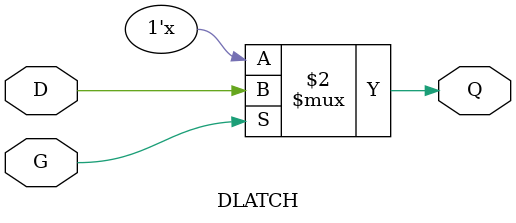
<source format=v>
module DLATCH(G, D, Q);
input G, D;
output Q;
reg Q;

always @(G or D)
    if (G)
  Q<=D;

endmodule

</source>
